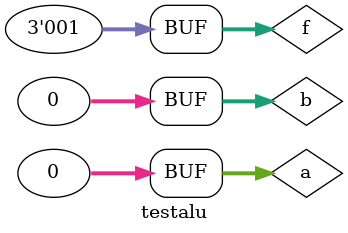
<source format=v>
module mux2x1 (input [31:0]a, input [31:0]b, input sel, output reg [31:0]z );
      always @ (sel or a or b)
      begin: mux
            case(sel)
            1'b0: z = a;
            1'b1: z = b;
            endcase
      end

endmodule // mux2x1

module mux4x1 (input [31:0]a, input [31:0]b, input [31:0]c, input [31:0]d, input [1:0]sel, output reg [31:0]y);
      always @ ( sel or a or b or c or d ) begin
            begin: mux4x1
                  case(sel)
                  2'b00: y = a;
                  2'b01: y = b;
                  2'b10: y = c;
                  2'b11: y = d;
                  endcase
            end
      end

endmodule // mux4x1

module adder1b (input a, input b,  input c, output s, output cout);
      assign s = a ^ b ^c ;
      assign cout = (a & b) | (b&c) | (c&a);
endmodule // adder1b

module adder32b (input [31:0]a, input [31:0]b, input f, output [31:0]s, output cout, output reg of);
      wire [30:0]c;
      wire check;
      adder1b a0 (a[0],  b[0],  f,  s[0], c[0]);
      adder1b a1 (a[1], b[1], c[0], s[1], c[1]);
      adder1b a2 (a[2], b[2], c[1], s[2], c[2]);
      adder1b a3 (a[3], b[3], c[2], s[3], c[3]);
      adder1b a4 (a[4], b[4], c[3], s[4], c[4]);
      adder1b a5 (a[5], b[5], c[4], s[5], c[5]);
      adder1b a6 (a[6], b[6], c[5], s[6], c[6]);
      adder1b a7 (a[7], b[7], c[6], s[7], c[7]);
      adder1b a8 (a[8], b[8], c[7], s[8], c[8]);
      adder1b a9 (a[9], b[9], c[8], s[9], c[9]);
      adder1b a10 (a[10], b[10], c[9], s[10], c[10]);
      adder1b a11 (a[11], b[11], c[10], s[11], c[11]);
      adder1b a12 (a[12], b[12], c[11], s[12], c[12]);
      adder1b a13 (a[13], b[13], c[12], s[13], c[13]);
      adder1b a14 (a[14], b[14], c[13], s[14], c[14]);
      adder1b a15 (a[15], b[15], c[14], s[15], c[15]);
      adder1b a16 (a[16], b[16], c[15], s[16], c[16]);
      adder1b a17 (a[17], b[17], c[16], s[17], c[17]);
      adder1b a18 (a[18], b[18], c[17], s[18], c[18]);
      adder1b a19 (a[19], b[19], c[18], s[19], c[19]);
      adder1b a20 (a[20], b[20], c[19], s[20], c[20]);
      adder1b a21 (a[21], b[21], c[20], s[21], c[21]);
      adder1b a22 (a[22], b[22], c[21], s[22], c[22]);
      adder1b a23 (a[23], b[23], c[22], s[23], c[23]);
      adder1b a24 (a[24], b[24], c[23], s[24], c[24]);
      adder1b a25 (a[25], b[25], c[24], s[25], c[25]);
      adder1b a26 (a[26], b[26], c[25], s[26], c[26]);
      adder1b a27 (a[27], b[27], c[26], s[27], c[27]);
      adder1b a28 (a[28], b[28], c[27], s[28], c[28]);
      adder1b a29 (a[29], b[29], c[28], s[29], c[29]);
      adder1b a30 (a[30], b[30], c[29], s[30], c[30]);
      adder1b a31 (a[31], b[31], c[30], s[31], cout);

       assign check = cout ^ s[31];
	always @ (*) begin
      if(check == 1'b1 & (a[31] == b[31]))  of = 1'b1;
      else  of = 1'b0;
	end

endmodule // adder32b

module zeroextend (input a, output [31:0]b);

            assign b[0] = a;

            assign b[31:1] = 31'd0;

endmodule // signextend

module main (input [31:0]a, input [31:0]b, input [2:0]f, output cout, output [31:0]y, output of, output reg zf);
      wire [31:0] bout;
      wire [31:0] orgate;
      wire [31:0] andgate;
		wire [31:0]temp ;

		wire [31:0] s;
            mux2x1 mx (b, ~b, f[2], bout);
            assign andgate = a & bout;
            assign orgate = a | bout;
            adder32b adder (a, bout, f[2], s, cout, of);
			zeroextend  sx  (s[31], temp);
			mux4x1 mx41 (andgate, orgate, s, temp, f[1:0], y);
			always @ (*) begin
			if(y == 32'd0)  zf = 1'b1;
			else  zf = 1'b0;
end

endmodule // main


module testalu;
	reg [31:0] a;
	reg [31:0] b;
	reg [2:0]f;
	wire cout;
	wire [31:0] y;
	wire of;
	wire zf;
	main m (a, b, f, cout, y, of, zf);
initial
 begin
//a =32'h00000000; b =32'h00000000; f = 3'b010; //add
//#10  a = 32'h80000000; b = 32'h80000000; f = 3'b010;
#10 a = 32'd0; b = 32'd0; f = 3'b000; //add
#10 a = 32'd0; b = -32'd1; f = 3'b010;
#10 a = 32'd1; b = -32'd1; f= 3'b010;
#10 a = 32'h000000FF; b = 32'h00000001; f = 3'b010;
#10 a = 32'h00000000; b = 32'h00000000; f = 3'b110; //sub
#10 a = 32'h00000000; b = 32'hFFFFFFFF; f = 3'b110;
#10 a = 32'd1; b= 32'd1;f=3'b110;
#10 a=32'h00000100; b=32'd1; f = 3'b110;
#10 a=32'd0;b=32'd0;f=3'b111; // slt
#10 a=32'd0;b=32'd1;f=3'b111;
#10 a=32'd0;b=-32'd1;f=3'b111;
#10 a=32'd1;b=32'd0;f=3'b111;
#10 a=-32'd1;b=32'd0;f=3'b111;
#10 a=32'hFFFFFFFF;b=32'hFFFFFFFF;f=3'b000; // and
#10 a=32'hFFFFFFFF;b=32'h12345678;f=3'b000;
#10 a=32'h12345678;b=32'h87654321;f=3'b000;
#10 a=32'h00000000;b=32'hFFFFFFFF;f=3'b000;
#10 a=32'hFFFFFFFF;b=32'hFFFFFFFF;f=3'b001; // or
#10 a=32'h12345678;b=32'h87654321;f=3'b001;
#10 a=32'h00000000;b=32'hFFFFFFFF;f=3'b001;
#10 a=32'h00000000;b=32'h00000000;f=3'b001;


  end
	endmodule

</source>
